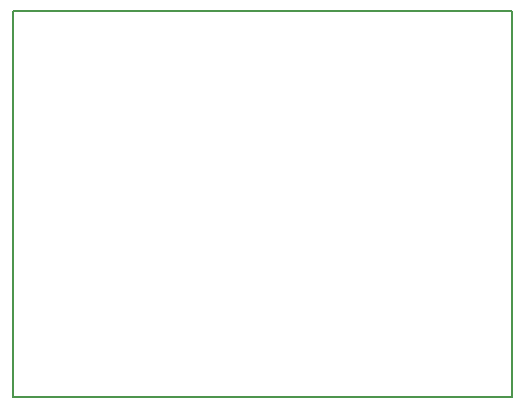
<source format=gbr>
G04 #@! TF.GenerationSoftware,KiCad,Pcbnew,(5.99.0-12157-g5a28a06597)*
G04 #@! TF.CreationDate,2021-09-27T15:07:42-04:00*
G04 #@! TF.ProjectId,megadesk,6d656761-6465-4736-9b2e-6b696361645f,rev?*
G04 #@! TF.SameCoordinates,Original*
G04 #@! TF.FileFunction,Profile,NP*
%FSLAX46Y46*%
G04 Gerber Fmt 4.6, Leading zero omitted, Abs format (unit mm)*
G04 Created by KiCad (PCBNEW (5.99.0-12157-g5a28a06597)) date 2021-09-27 15:07:42*
%MOMM*%
%LPD*%
G01*
G04 APERTURE LIST*
G04 #@! TA.AperFunction,Profile*
%ADD10C,0.150000*%
G04 #@! TD*
G04 APERTURE END LIST*
D10*
X140950000Y-137350000D02*
X140950000Y-104600000D01*
X139700000Y-137350000D02*
X140950000Y-137350000D01*
X98700000Y-137350000D02*
X139700000Y-137350000D01*
X140950000Y-104600000D02*
X139700000Y-104600000D01*
X98700000Y-104600000D02*
X139700000Y-104600000D01*
X98700000Y-137350000D02*
X98700000Y-104600000D01*
M02*

</source>
